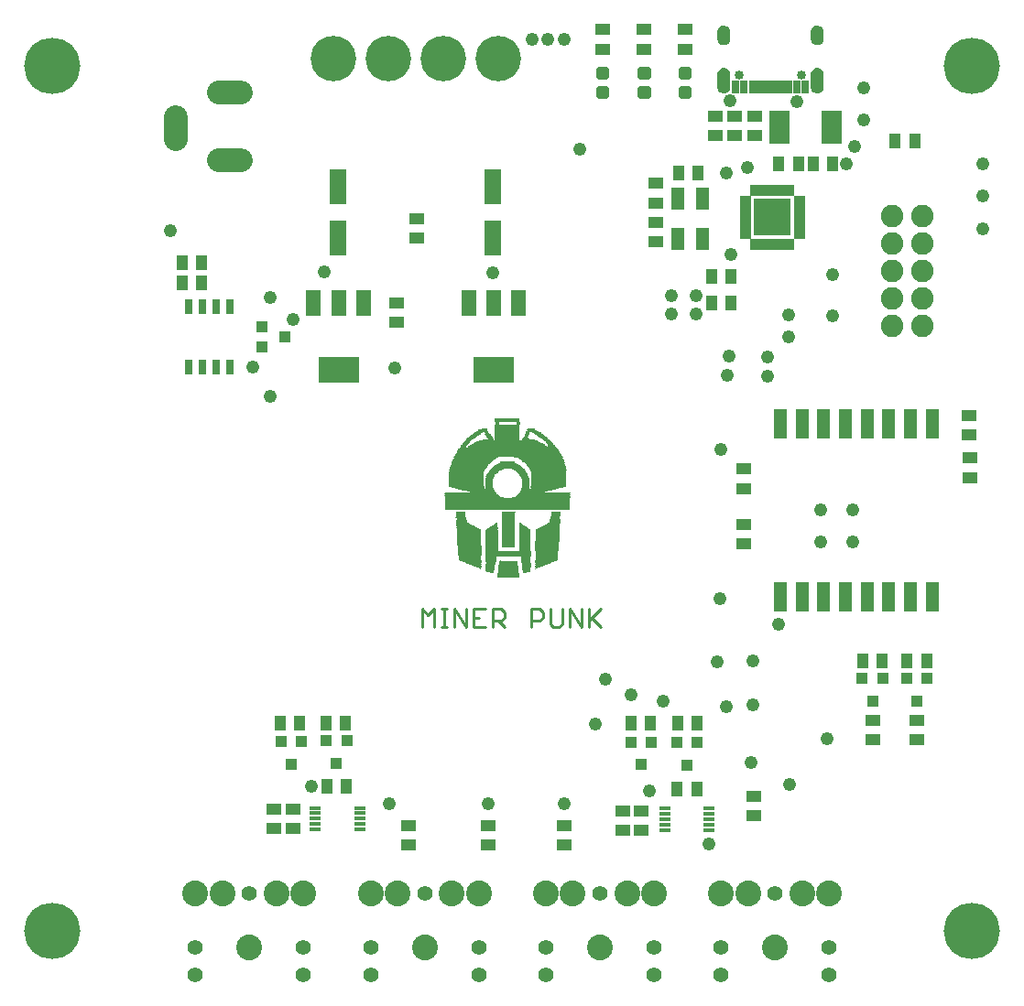
<source format=gbr>
G04 EAGLE Gerber RS-274X export*
G75*
%MOMM*%
%FSLAX34Y34*%
%LPD*%
%INSoldermask Top*%
%IPPOS*%
%AMOC8*
5,1,8,0,0,1.08239X$1,22.5*%
G01*
%ADD10C,5.203200*%
%ADD11R,2.082800X0.050800*%
%ADD12R,2.032000X0.050800*%
%ADD13R,1.981200X0.050800*%
%ADD14R,0.152400X0.050800*%
%ADD15R,1.930400X0.050800*%
%ADD16R,0.355600X0.050800*%
%ADD17R,0.304800X0.050800*%
%ADD18R,0.508000X0.050800*%
%ADD19R,0.457200X0.050800*%
%ADD20R,0.711200X0.050800*%
%ADD21R,0.762000X0.050800*%
%ADD22R,0.812800X0.050800*%
%ADD23R,1.879600X0.050800*%
%ADD24R,1.828800X0.050800*%
%ADD25R,0.050800X0.050800*%
%ADD26R,0.203200X0.050800*%
%ADD27R,0.863600X0.050800*%
%ADD28R,0.609600X0.050800*%
%ADD29R,1.778000X0.050800*%
%ADD30R,0.965200X0.050800*%
%ADD31R,1.727200X0.050800*%
%ADD32R,1.117600X0.050800*%
%ADD33R,0.914400X0.050800*%
%ADD34R,1.219200X0.050800*%
%ADD35R,1.371600X0.050800*%
%ADD36R,1.473200X0.050800*%
%ADD37R,1.625600X0.050800*%
%ADD38R,1.676400X0.050800*%
%ADD39R,1.016000X0.050800*%
%ADD40R,1.066800X0.050800*%
%ADD41R,4.165600X0.050800*%
%ADD42R,2.133600X0.050800*%
%ADD43R,2.184400X0.050800*%
%ADD44R,2.235200X0.050800*%
%ADD45R,0.660400X0.050800*%
%ADD46R,0.558800X0.050800*%
%ADD47R,1.574800X0.050800*%
%ADD48R,1.524000X0.050800*%
%ADD49R,1.422400X0.050800*%
%ADD50R,0.406400X0.050800*%
%ADD51R,1.320800X0.050800*%
%ADD52R,1.270000X0.050800*%
%ADD53R,0.254000X0.050800*%
%ADD54R,1.168400X0.050800*%
%ADD55R,11.582400X0.050800*%
%ADD56R,5.588000X0.050800*%
%ADD57R,5.486400X0.050800*%
%ADD58R,5.384800X0.050800*%
%ADD59R,5.334000X0.050800*%
%ADD60R,5.232400X0.050800*%
%ADD61R,5.181600X0.050800*%
%ADD62R,5.130800X0.050800*%
%ADD63R,5.080000X0.050800*%
%ADD64R,5.029200X0.050800*%
%ADD65R,4.978400X0.050800*%
%ADD66R,4.927600X0.050800*%
%ADD67R,4.876800X0.050800*%
%ADD68R,4.826000X0.050800*%
%ADD69R,4.775200X0.050800*%
%ADD70R,4.724400X0.050800*%
%ADD71R,4.673600X0.050800*%
%ADD72R,2.336800X0.050800*%
%ADD73R,2.286000X0.050800*%
%ADD74R,2.540000X0.050800*%
%ADD75R,2.489200X0.050800*%
%ADD76R,2.692400X0.050800*%
%ADD77R,2.641600X0.050800*%
%ADD78R,2.997200X0.050800*%
%ADD79R,2.895600X0.050800*%
%ADD80R,3.098800X0.050800*%
%ADD81R,3.048000X0.050800*%
%ADD82R,3.302000X0.050800*%
%ADD83R,3.251200X0.050800*%
%ADD84R,2.590800X0.050800*%
%ADD85R,2.844800X0.050800*%
%ADD86R,3.200400X0.050800*%
%ADD87R,3.149600X0.050800*%
%ADD88R,3.352800X0.050800*%
%ADD89R,3.403600X0.050800*%
%ADD90R,2.743200X0.050800*%
%ADD91R,3.454400X0.050800*%
%ADD92R,3.505200X0.050800*%
%ADD93R,2.438400X0.050800*%
%ADD94R,3.556000X0.050800*%
%ADD95R,3.606800X0.050800*%
%ADD96R,3.657600X0.050800*%
%ADD97R,3.708400X0.050800*%
%ADD98R,3.810000X0.050800*%
%ADD99R,3.860800X0.050800*%
%ADD100R,3.759200X0.050800*%
%ADD101R,3.911600X0.050800*%
%ADD102R,3.962400X0.050800*%
%ADD103R,4.064000X0.050800*%
%ADD104R,4.114800X0.050800*%
%ADD105R,4.419600X0.050800*%
%ADD106R,9.956800X0.050800*%
%ADD107R,9.906000X0.050800*%
%ADD108R,9.855200X0.050800*%
%ADD109R,9.753600X0.050800*%
%ADD110R,9.652000X0.050800*%
%ADD111R,9.550400X0.050800*%
%ADD112R,9.448800X0.050800*%
%ADD113R,9.347200X0.050800*%
%ADD114R,9.296400X0.050800*%
%ADD115R,9.245600X0.050800*%
%ADD116R,9.144000X0.050800*%
%ADD117R,9.093200X0.050800*%
%ADD118R,9.042400X0.050800*%
%ADD119R,7.518400X0.050800*%
%ADD120R,7.416800X0.050800*%
%ADD121R,7.264400X0.050800*%
%ADD122R,7.112000X0.050800*%
%ADD123R,6.959600X0.050800*%
%ADD124R,6.858000X0.050800*%
%ADD125R,6.705600X0.050800*%
%ADD126R,6.502400X0.050800*%
%ADD127R,6.299200X0.050800*%
%ADD128R,6.146800X0.050800*%
%ADD129R,5.892800X0.050800*%
%ADD130R,5.689600X0.050800*%
%ADD131C,0.279400*%
%ADD132R,1.403200X1.003200*%
%ADD133R,1.303200X2.803200*%
%ADD134R,1.003200X0.487800*%
%ADD135R,0.487800X1.003200*%
%ADD136R,3.353200X3.353200*%
%ADD137R,1.303200X2.103200*%
%ADD138R,1.003200X1.403200*%
%ADD139R,0.503200X1.203200*%
%ADD140R,0.803200X1.203200*%
%ADD141C,0.853200*%
%ADD142R,1.879600X3.098800*%
%ADD143C,2.082800*%
%ADD144R,1.422400X2.438400*%
%ADD145R,3.803200X2.403200*%
%ADD146R,1.603200X3.203200*%
%ADD147C,2.387600*%
%ADD148C,1.403200*%
%ADD149R,1.100000X0.400000*%
%ADD150R,1.003200X1.103200*%
%ADD151R,1.103200X1.003200*%
%ADD152R,0.803200X1.403200*%
%ADD153C,4.203200*%
%ADD154C,2.203200*%
%ADD155C,0.505344*%
%ADD156C,1.209600*%

G36*
X671634Y825368D02*
X671634Y825368D01*
X671639Y825373D01*
X671643Y825369D01*
X672740Y825656D01*
X672744Y825662D01*
X672749Y825659D01*
X673768Y826154D01*
X673771Y826160D01*
X673776Y826159D01*
X674679Y826843D01*
X674681Y826850D01*
X674686Y826850D01*
X675439Y827697D01*
X675439Y827704D01*
X675444Y827705D01*
X676017Y828682D01*
X676016Y828685D01*
X676017Y828686D01*
X676016Y828687D01*
X676016Y828689D01*
X676021Y828691D01*
X676392Y829762D01*
X676390Y829767D01*
X676393Y829769D01*
X676392Y829770D01*
X676394Y829771D01*
X676549Y830893D01*
X676546Y830898D01*
X676549Y830900D01*
X676549Y842900D01*
X676546Y842905D01*
X676549Y842908D01*
X676344Y844175D01*
X676338Y844181D01*
X676341Y844186D01*
X675859Y845375D01*
X675852Y845379D01*
X675854Y845385D01*
X675120Y846438D01*
X675112Y846440D01*
X675113Y846446D01*
X674163Y847309D01*
X674154Y847310D01*
X674154Y847315D01*
X673035Y847945D01*
X673027Y847944D01*
X673025Y847950D01*
X671795Y848315D01*
X671787Y848312D01*
X671784Y848317D01*
X670503Y848399D01*
X670497Y848399D01*
X669216Y848317D01*
X669210Y848311D01*
X669205Y848315D01*
X667975Y847950D01*
X667970Y847943D01*
X667965Y847945D01*
X666846Y847315D01*
X666843Y847308D01*
X666837Y847309D01*
X665887Y846446D01*
X665886Y846438D01*
X665880Y846438D01*
X665146Y845385D01*
X665146Y845377D01*
X665141Y845375D01*
X664659Y844186D01*
X664661Y844180D01*
X664657Y844177D01*
X664658Y844176D01*
X664656Y844175D01*
X664451Y842908D01*
X664454Y842903D01*
X664451Y842900D01*
X664451Y830900D01*
X664454Y830896D01*
X664451Y830893D01*
X664606Y829771D01*
X664611Y829766D01*
X664608Y829762D01*
X664979Y828691D01*
X664985Y828687D01*
X664983Y828682D01*
X665556Y827705D01*
X665562Y827702D01*
X665561Y827697D01*
X666314Y826850D01*
X666321Y826848D01*
X666321Y826843D01*
X667224Y826159D01*
X667231Y826159D01*
X667232Y826154D01*
X668251Y825659D01*
X668258Y825661D01*
X668260Y825656D01*
X669357Y825369D01*
X669363Y825372D01*
X669366Y825368D01*
X670497Y825301D01*
X670501Y825303D01*
X670503Y825301D01*
X671634Y825368D01*
G37*
G36*
X758034Y825368D02*
X758034Y825368D01*
X758039Y825373D01*
X758043Y825369D01*
X759140Y825656D01*
X759144Y825662D01*
X759149Y825659D01*
X760168Y826154D01*
X760171Y826160D01*
X760176Y826159D01*
X761079Y826843D01*
X761081Y826850D01*
X761086Y826850D01*
X761839Y827697D01*
X761839Y827704D01*
X761844Y827705D01*
X762417Y828682D01*
X762416Y828685D01*
X762417Y828686D01*
X762416Y828687D01*
X762416Y828689D01*
X762421Y828691D01*
X762792Y829762D01*
X762790Y829767D01*
X762793Y829769D01*
X762792Y829770D01*
X762794Y829771D01*
X762949Y830893D01*
X762946Y830898D01*
X762949Y830900D01*
X762949Y842900D01*
X762946Y842905D01*
X762949Y842908D01*
X762744Y844175D01*
X762738Y844181D01*
X762741Y844186D01*
X762259Y845375D01*
X762252Y845379D01*
X762254Y845385D01*
X761520Y846438D01*
X761512Y846440D01*
X761513Y846446D01*
X760563Y847309D01*
X760554Y847310D01*
X760554Y847315D01*
X759435Y847945D01*
X759427Y847944D01*
X759425Y847950D01*
X758195Y848315D01*
X758187Y848312D01*
X758184Y848317D01*
X756903Y848399D01*
X756897Y848399D01*
X755616Y848317D01*
X755610Y848311D01*
X755605Y848315D01*
X754375Y847950D01*
X754370Y847943D01*
X754365Y847945D01*
X753246Y847315D01*
X753243Y847308D01*
X753237Y847309D01*
X752287Y846446D01*
X752286Y846438D01*
X752280Y846438D01*
X751546Y845385D01*
X751546Y845377D01*
X751541Y845375D01*
X751059Y844186D01*
X751061Y844180D01*
X751057Y844177D01*
X751058Y844176D01*
X751056Y844175D01*
X750851Y842908D01*
X750854Y842903D01*
X750851Y842900D01*
X750851Y830900D01*
X750854Y830896D01*
X750851Y830893D01*
X751006Y829771D01*
X751011Y829766D01*
X751008Y829762D01*
X751379Y828691D01*
X751385Y828687D01*
X751383Y828682D01*
X751956Y827705D01*
X751962Y827702D01*
X751961Y827697D01*
X752714Y826850D01*
X752721Y826848D01*
X752721Y826843D01*
X753624Y826159D01*
X753631Y826159D01*
X753632Y826154D01*
X754651Y825659D01*
X754658Y825661D01*
X754660Y825656D01*
X755757Y825369D01*
X755763Y825372D01*
X755766Y825368D01*
X756897Y825301D01*
X756901Y825303D01*
X756903Y825301D01*
X758034Y825368D01*
G37*
G36*
X756902Y869605D02*
X756902Y869605D01*
X756906Y869601D01*
X758246Y869758D01*
X758252Y869763D01*
X758257Y869760D01*
X759528Y870211D01*
X759533Y870218D01*
X759538Y870216D01*
X760677Y870938D01*
X760680Y870946D01*
X760686Y870945D01*
X761636Y871903D01*
X761637Y871911D01*
X761643Y871912D01*
X762356Y873057D01*
X762355Y873066D01*
X762361Y873067D01*
X762801Y874343D01*
X762799Y874350D01*
X762803Y874353D01*
X762949Y875695D01*
X762947Y875698D01*
X762949Y875700D01*
X762949Y881700D01*
X762947Y881704D01*
X762949Y881706D01*
X762794Y883035D01*
X762788Y883041D01*
X762791Y883045D01*
X762344Y884306D01*
X762337Y884311D01*
X762339Y884316D01*
X761622Y885446D01*
X761615Y885449D01*
X761616Y885455D01*
X760666Y886397D01*
X760657Y886398D01*
X760657Y886404D01*
X759521Y887111D01*
X759513Y887110D01*
X759511Y887116D01*
X758246Y887552D01*
X758238Y887550D01*
X758236Y887555D01*
X756905Y887699D01*
X756899Y887695D01*
X756895Y887699D01*
X755729Y887589D01*
X755724Y887584D01*
X755720Y887587D01*
X754597Y887252D01*
X754593Y887246D01*
X754589Y887248D01*
X753553Y886700D01*
X753550Y886694D01*
X753545Y886695D01*
X752637Y885956D01*
X752635Y885949D01*
X752630Y885949D01*
X751883Y885047D01*
X751883Y885040D01*
X751878Y885039D01*
X751321Y884008D01*
X751322Y884001D01*
X751317Y883999D01*
X750973Y882880D01*
X750975Y882873D01*
X750971Y882870D01*
X750851Y881705D01*
X750853Y881702D01*
X750851Y881700D01*
X750851Y875700D01*
X750853Y875697D01*
X750851Y875695D01*
X750962Y874519D01*
X750967Y874514D01*
X750964Y874510D01*
X751302Y873378D01*
X751308Y873374D01*
X751306Y873369D01*
X751858Y872325D01*
X751865Y872322D01*
X751863Y872317D01*
X752609Y871401D01*
X752616Y871400D01*
X752616Y871394D01*
X753526Y870641D01*
X753533Y870641D01*
X753534Y870636D01*
X754573Y870075D01*
X754580Y870076D01*
X754582Y870071D01*
X755711Y869724D01*
X755717Y869726D01*
X755720Y869722D01*
X756895Y869601D01*
X756902Y869605D01*
G37*
G36*
X670502Y869605D02*
X670502Y869605D01*
X670506Y869601D01*
X671846Y869758D01*
X671852Y869763D01*
X671857Y869760D01*
X673128Y870211D01*
X673133Y870218D01*
X673138Y870216D01*
X674277Y870938D01*
X674280Y870946D01*
X674286Y870945D01*
X675236Y871903D01*
X675237Y871911D01*
X675243Y871912D01*
X675956Y873057D01*
X675955Y873066D01*
X675961Y873067D01*
X676401Y874343D01*
X676399Y874350D01*
X676403Y874353D01*
X676549Y875695D01*
X676547Y875698D01*
X676549Y875700D01*
X676549Y881700D01*
X676547Y881704D01*
X676549Y881706D01*
X676394Y883035D01*
X676388Y883041D01*
X676391Y883045D01*
X675944Y884306D01*
X675937Y884311D01*
X675939Y884316D01*
X675222Y885446D01*
X675215Y885449D01*
X675216Y885455D01*
X674266Y886397D01*
X674257Y886398D01*
X674257Y886404D01*
X673121Y887111D01*
X673113Y887110D01*
X673111Y887116D01*
X671846Y887552D01*
X671838Y887550D01*
X671836Y887555D01*
X670505Y887699D01*
X670499Y887695D01*
X670495Y887699D01*
X669329Y887589D01*
X669324Y887584D01*
X669320Y887587D01*
X668197Y887252D01*
X668193Y887246D01*
X668189Y887248D01*
X667153Y886700D01*
X667150Y886694D01*
X667145Y886695D01*
X666237Y885956D01*
X666235Y885949D01*
X666230Y885949D01*
X665483Y885047D01*
X665483Y885040D01*
X665478Y885039D01*
X664921Y884008D01*
X664922Y884001D01*
X664917Y883999D01*
X664573Y882880D01*
X664575Y882873D01*
X664571Y882870D01*
X664451Y881705D01*
X664453Y881702D01*
X664451Y881700D01*
X664451Y875700D01*
X664453Y875697D01*
X664451Y875695D01*
X664562Y874519D01*
X664567Y874514D01*
X664564Y874510D01*
X664902Y873378D01*
X664908Y873374D01*
X664906Y873369D01*
X665458Y872325D01*
X665465Y872322D01*
X665463Y872317D01*
X666209Y871401D01*
X666216Y871400D01*
X666216Y871394D01*
X667126Y870641D01*
X667133Y870641D01*
X667134Y870636D01*
X668173Y870075D01*
X668180Y870076D01*
X668182Y870071D01*
X669311Y869724D01*
X669317Y869726D01*
X669320Y869722D01*
X670495Y869601D01*
X670502Y869605D01*
G37*
D10*
X50000Y50000D03*
X900000Y50000D03*
X900000Y850000D03*
X50000Y850000D03*
D11*
X471372Y376944D03*
D12*
X471626Y377452D03*
X471626Y377960D03*
X471626Y378468D03*
X471626Y378976D03*
X471626Y379484D03*
X471626Y379992D03*
D13*
X471372Y380500D03*
D14*
X457148Y381008D03*
D15*
X471626Y381008D03*
D14*
X485596Y381008D03*
D16*
X456132Y381516D03*
D15*
X471626Y381516D03*
D17*
X486358Y381516D03*
D18*
X455370Y382024D03*
D15*
X471626Y382024D03*
D19*
X487120Y382024D03*
D20*
X454354Y382532D03*
D15*
X471626Y382532D03*
D20*
X488390Y382532D03*
D21*
X454100Y383040D03*
D15*
X471626Y383040D03*
D20*
X488390Y383040D03*
D21*
X454100Y383548D03*
D15*
X471626Y383548D03*
D21*
X488136Y383548D03*
D22*
X454354Y384056D03*
D23*
X471372Y384056D03*
D21*
X488136Y384056D03*
D22*
X454354Y384564D03*
D24*
X471626Y384564D03*
D21*
X488136Y384564D03*
D25*
X445972Y385072D03*
D22*
X454354Y385072D03*
D24*
X471626Y385072D03*
D21*
X488136Y385072D03*
D25*
X496772Y385072D03*
D26*
X445210Y385580D03*
D22*
X454354Y385580D03*
D24*
X471626Y385580D03*
D21*
X488136Y385580D03*
D26*
X497534Y385580D03*
D16*
X444448Y386088D03*
D22*
X454354Y386088D03*
D24*
X471626Y386088D03*
D21*
X488136Y386088D03*
D17*
X498042Y386088D03*
D19*
X443940Y386596D03*
D27*
X454608Y386596D03*
D24*
X471626Y386596D03*
D22*
X487882Y386596D03*
D19*
X498804Y386596D03*
D28*
X443178Y387104D03*
D27*
X454608Y387104D03*
D24*
X471626Y387104D03*
D22*
X487882Y387104D03*
D28*
X499566Y387104D03*
D20*
X442670Y387612D03*
D27*
X454608Y387612D03*
D29*
X471372Y387612D03*
D22*
X487882Y387612D03*
D20*
X500074Y387612D03*
D27*
X441908Y388120D03*
X454608Y388120D03*
D29*
X471372Y388120D03*
D22*
X487882Y388120D03*
D27*
X500836Y388120D03*
D30*
X441400Y388628D03*
D27*
X454608Y388628D03*
D31*
X471626Y388628D03*
D22*
X487882Y388628D03*
D30*
X501344Y388628D03*
D32*
X440638Y389136D03*
D33*
X454862Y389136D03*
D31*
X471626Y389136D03*
D22*
X487882Y389136D03*
D32*
X502106Y389136D03*
D34*
X440130Y389644D03*
D33*
X454862Y389644D03*
D31*
X471626Y389644D03*
D22*
X487882Y389644D03*
D34*
X502614Y389644D03*
D35*
X439368Y390152D03*
D33*
X454862Y390152D03*
D31*
X471626Y390152D03*
D22*
X487882Y390152D03*
D35*
X503376Y390152D03*
D36*
X438860Y390660D03*
D33*
X454862Y390660D03*
D31*
X471626Y390660D03*
D27*
X487628Y390660D03*
D36*
X503884Y390660D03*
D37*
X438098Y391168D03*
D33*
X454862Y391168D03*
D38*
X471372Y391168D03*
D27*
X487628Y391168D03*
D37*
X504646Y391168D03*
D31*
X437590Y391676D03*
D30*
X455116Y391676D03*
D38*
X471372Y391676D03*
D27*
X487628Y391676D03*
D31*
X505154Y391676D03*
D23*
X436828Y392184D03*
D30*
X455116Y392184D03*
D25*
X464260Y392184D03*
D27*
X487628Y392184D03*
D23*
X505916Y392184D03*
D13*
X436320Y392692D03*
D30*
X455116Y392692D03*
D27*
X487628Y392692D03*
D13*
X506424Y392692D03*
D11*
X435812Y393200D03*
D30*
X455116Y393200D03*
D27*
X487628Y393200D03*
D11*
X506932Y393200D03*
X435812Y393708D03*
D30*
X455116Y393708D03*
D27*
X487628Y393708D03*
D11*
X506932Y393708D03*
X435812Y394216D03*
D30*
X455116Y394216D03*
D27*
X487628Y394216D03*
D11*
X506932Y394216D03*
X435812Y394724D03*
D39*
X455370Y394724D03*
D33*
X487374Y394724D03*
D11*
X506932Y394724D03*
X435812Y395232D03*
D39*
X455370Y395232D03*
D33*
X487374Y395232D03*
D11*
X506932Y395232D03*
X435812Y395740D03*
D39*
X455370Y395740D03*
D33*
X487374Y395740D03*
D11*
X506932Y395740D03*
X435812Y396248D03*
D40*
X455624Y396248D03*
D33*
X487374Y396248D03*
D11*
X506932Y396248D03*
X435812Y396756D03*
D41*
X471118Y396756D03*
D11*
X506932Y396756D03*
X435812Y397264D03*
D41*
X471118Y397264D03*
D11*
X506932Y397264D03*
D42*
X435558Y397772D03*
D41*
X471118Y397772D03*
D11*
X506932Y397772D03*
D42*
X435558Y398280D03*
D41*
X471118Y398280D03*
D11*
X506932Y398280D03*
D42*
X435558Y398788D03*
D41*
X471118Y398788D03*
D11*
X506932Y398788D03*
D42*
X435558Y399296D03*
D41*
X471118Y399296D03*
D11*
X506932Y399296D03*
D42*
X435558Y399804D03*
D41*
X471118Y399804D03*
D11*
X506932Y399804D03*
D42*
X435558Y400312D03*
D41*
X471118Y400312D03*
D11*
X506932Y400312D03*
D42*
X435558Y400820D03*
D41*
X471118Y400820D03*
D11*
X506932Y400820D03*
D42*
X435558Y401328D03*
D32*
X455878Y401328D03*
D39*
X486866Y401328D03*
D11*
X506932Y401328D03*
D42*
X435558Y401836D03*
D32*
X455878Y401836D03*
D39*
X486866Y401836D03*
D42*
X507186Y401836D03*
X435558Y402344D03*
D32*
X455878Y402344D03*
D39*
X486866Y402344D03*
D42*
X507186Y402344D03*
X435558Y402852D03*
D32*
X455878Y402852D03*
D39*
X486866Y402852D03*
D42*
X507186Y402852D03*
X435558Y403360D03*
D32*
X455878Y403360D03*
D39*
X486866Y403360D03*
D42*
X507186Y403360D03*
X435558Y403868D03*
D32*
X455878Y403868D03*
D39*
X486866Y403868D03*
D42*
X507186Y403868D03*
X435558Y404376D03*
D32*
X455878Y404376D03*
D39*
X486866Y404376D03*
D42*
X507186Y404376D03*
X435558Y404884D03*
D32*
X455878Y404884D03*
D39*
X486866Y404884D03*
D42*
X507186Y404884D03*
X435558Y405392D03*
D32*
X455878Y405392D03*
D34*
X471626Y405392D03*
D39*
X486866Y405392D03*
D42*
X507186Y405392D03*
X435558Y405900D03*
D32*
X455878Y405900D03*
D34*
X471626Y405900D03*
D39*
X486866Y405900D03*
D42*
X507186Y405900D03*
D43*
X435304Y406408D03*
D32*
X455878Y406408D03*
D34*
X471626Y406408D03*
D39*
X486866Y406408D03*
D42*
X507186Y406408D03*
D43*
X435304Y406916D03*
D32*
X455878Y406916D03*
D34*
X471626Y406916D03*
D39*
X486866Y406916D03*
D42*
X507186Y406916D03*
D43*
X435304Y407424D03*
D32*
X455878Y407424D03*
D34*
X471626Y407424D03*
D39*
X486866Y407424D03*
D42*
X507186Y407424D03*
D43*
X435304Y407932D03*
D32*
X455878Y407932D03*
D34*
X471626Y407932D03*
D39*
X486866Y407932D03*
D42*
X507186Y407932D03*
D43*
X435304Y408440D03*
D32*
X455878Y408440D03*
D34*
X471626Y408440D03*
D39*
X486866Y408440D03*
D42*
X507186Y408440D03*
D43*
X435304Y408948D03*
D32*
X455878Y408948D03*
D34*
X471626Y408948D03*
D39*
X486866Y408948D03*
D42*
X507186Y408948D03*
D43*
X435304Y409456D03*
D32*
X455878Y409456D03*
D34*
X471626Y409456D03*
D39*
X486866Y409456D03*
D42*
X507186Y409456D03*
D43*
X435304Y409964D03*
D32*
X455878Y409964D03*
D34*
X471626Y409964D03*
D39*
X486866Y409964D03*
D42*
X507186Y409964D03*
D43*
X435304Y410472D03*
D32*
X455878Y410472D03*
D34*
X471626Y410472D03*
D39*
X486866Y410472D03*
D43*
X507440Y410472D03*
X435304Y410980D03*
D32*
X455878Y410980D03*
D34*
X471626Y410980D03*
D39*
X486866Y410980D03*
D43*
X507440Y410980D03*
X435304Y411488D03*
D32*
X455878Y411488D03*
D34*
X471626Y411488D03*
D39*
X486866Y411488D03*
D43*
X507440Y411488D03*
X435304Y411996D03*
D32*
X455878Y411996D03*
D34*
X471626Y411996D03*
D39*
X486866Y411996D03*
D43*
X507440Y411996D03*
X435304Y412504D03*
D32*
X455878Y412504D03*
D34*
X471626Y412504D03*
D39*
X486866Y412504D03*
D43*
X507440Y412504D03*
X435304Y413012D03*
D32*
X455878Y413012D03*
D34*
X471626Y413012D03*
D39*
X486866Y413012D03*
D43*
X507440Y413012D03*
X435304Y413520D03*
D32*
X455878Y413520D03*
D34*
X471626Y413520D03*
D39*
X486866Y413520D03*
D43*
X507440Y413520D03*
X435304Y414028D03*
D32*
X455878Y414028D03*
D34*
X471626Y414028D03*
D39*
X486866Y414028D03*
D43*
X507440Y414028D03*
X435304Y414536D03*
D32*
X455878Y414536D03*
D34*
X471626Y414536D03*
D39*
X486866Y414536D03*
D43*
X507440Y414536D03*
D44*
X435050Y415044D03*
D32*
X455878Y415044D03*
D34*
X471626Y415044D03*
D39*
X486866Y415044D03*
D43*
X507440Y415044D03*
D44*
X435050Y415552D03*
D32*
X455878Y415552D03*
D34*
X471626Y415552D03*
D39*
X486866Y415552D03*
D43*
X507440Y415552D03*
D44*
X435050Y416060D03*
D32*
X455878Y416060D03*
D34*
X471626Y416060D03*
D39*
X486866Y416060D03*
D43*
X507440Y416060D03*
D44*
X435050Y416568D03*
D32*
X455878Y416568D03*
D34*
X471626Y416568D03*
D39*
X486866Y416568D03*
D43*
X507440Y416568D03*
D44*
X435050Y417076D03*
D32*
X455878Y417076D03*
D34*
X471626Y417076D03*
D39*
X486866Y417076D03*
D43*
X507440Y417076D03*
D44*
X435050Y417584D03*
D32*
X455878Y417584D03*
D34*
X471626Y417584D03*
D39*
X486866Y417584D03*
D43*
X507440Y417584D03*
D44*
X435050Y418092D03*
D32*
X455878Y418092D03*
D34*
X471626Y418092D03*
D39*
X486866Y418092D03*
D43*
X507440Y418092D03*
D44*
X435050Y418600D03*
D32*
X455878Y418600D03*
D34*
X471626Y418600D03*
D39*
X486866Y418600D03*
D43*
X507440Y418600D03*
D44*
X435050Y419108D03*
D32*
X455878Y419108D03*
D34*
X471626Y419108D03*
D39*
X486866Y419108D03*
D44*
X507694Y419108D03*
X435050Y419616D03*
D32*
X455878Y419616D03*
D34*
X471626Y419616D03*
D39*
X486866Y419616D03*
D44*
X507694Y419616D03*
X435050Y420124D03*
D32*
X455878Y420124D03*
D34*
X471626Y420124D03*
D39*
X486866Y420124D03*
D44*
X507694Y420124D03*
X435050Y420632D03*
D32*
X455878Y420632D03*
D34*
X471626Y420632D03*
D39*
X486866Y420632D03*
D44*
X507694Y420632D03*
D42*
X434542Y421140D03*
D39*
X456386Y421140D03*
D34*
X471626Y421140D03*
D30*
X486612Y421140D03*
D43*
X507948Y421140D03*
D11*
X434288Y421648D03*
D30*
X456640Y421648D03*
D34*
X471626Y421648D03*
D27*
X486104Y421648D03*
D11*
X508456Y421648D03*
D13*
X433780Y422156D03*
D27*
X457148Y422156D03*
D34*
X471626Y422156D03*
D22*
X485850Y422156D03*
D13*
X508964Y422156D03*
D23*
X433272Y422664D03*
D22*
X457402Y422664D03*
D34*
X471626Y422664D03*
D21*
X485596Y422664D03*
D23*
X509472Y422664D03*
D29*
X432764Y423172D03*
D20*
X457910Y423172D03*
D34*
X471626Y423172D03*
D45*
X485088Y423172D03*
D29*
X509980Y423172D03*
D31*
X432002Y423680D03*
D45*
X458164Y423680D03*
D34*
X471626Y423680D03*
D28*
X484834Y423680D03*
D38*
X510488Y423680D03*
D37*
X431494Y424188D03*
D46*
X458672Y424188D03*
D34*
X471626Y424188D03*
D18*
X484326Y424188D03*
D47*
X510996Y424188D03*
D48*
X430986Y424696D03*
D18*
X458926Y424696D03*
D34*
X471626Y424696D03*
D19*
X484072Y424696D03*
D48*
X511250Y424696D03*
D49*
X430478Y425204D03*
D50*
X459434Y425204D03*
D34*
X471626Y425204D03*
D16*
X483564Y425204D03*
D49*
X511758Y425204D03*
D35*
X430224Y425712D03*
D16*
X459688Y425712D03*
D34*
X471626Y425712D03*
D17*
X483310Y425712D03*
D51*
X512266Y425712D03*
D52*
X429716Y426220D03*
D53*
X460196Y426220D03*
D34*
X471626Y426220D03*
D53*
X483056Y426220D03*
D34*
X512774Y426220D03*
D54*
X429208Y426728D03*
D14*
X460704Y426728D03*
D34*
X471626Y426728D03*
D14*
X482548Y426728D03*
D32*
X513282Y426728D03*
D40*
X428700Y427236D03*
D25*
X460704Y427236D03*
D34*
X471626Y427236D03*
D25*
X482548Y427236D03*
D40*
X514044Y427236D03*
D39*
X428446Y427744D03*
D34*
X471626Y427744D03*
D39*
X514298Y427744D03*
D30*
X428192Y428252D03*
D34*
X471626Y428252D03*
D39*
X514298Y428252D03*
D30*
X428192Y428760D03*
D34*
X471626Y428760D03*
D30*
X514552Y428760D03*
X428192Y429268D03*
D34*
X471626Y429268D03*
D30*
X514552Y429268D03*
X428192Y429776D03*
D34*
X471626Y429776D03*
D30*
X514552Y429776D03*
D33*
X427938Y430284D03*
D34*
X471626Y430284D03*
D30*
X514552Y430284D03*
D33*
X427938Y430792D03*
D34*
X471626Y430792D03*
D30*
X514552Y430792D03*
D33*
X427938Y431300D03*
D34*
X471626Y431300D03*
D33*
X514806Y431300D03*
X427938Y431808D03*
D34*
X471626Y431808D03*
D33*
X514806Y431808D03*
D30*
X427684Y432316D03*
D34*
X471626Y432316D03*
D33*
X514806Y432316D03*
X427430Y432824D03*
D34*
X471626Y432824D03*
D33*
X514806Y432824D03*
X427430Y433332D03*
D34*
X471626Y433332D03*
D33*
X514806Y433332D03*
X427430Y433840D03*
D34*
X471626Y433840D03*
D27*
X515060Y433840D03*
D33*
X427430Y434348D03*
D34*
X471626Y434348D03*
D27*
X515060Y434348D03*
D33*
X427430Y434856D03*
D34*
X471626Y434856D03*
D27*
X515060Y434856D03*
X427176Y435364D03*
D34*
X471626Y435364D03*
D27*
X515060Y435364D03*
X427176Y435872D03*
D34*
X471626Y435872D03*
D22*
X515314Y435872D03*
D27*
X427176Y436380D03*
D34*
X471626Y436380D03*
D27*
X515568Y436380D03*
D22*
X426922Y436888D03*
D34*
X471626Y436888D03*
D27*
X515568Y436888D03*
D22*
X426922Y437396D03*
D52*
X471880Y437396D03*
D27*
X515568Y437396D03*
D55*
X470610Y439428D03*
X470610Y439936D03*
X470610Y440444D03*
X470610Y440952D03*
X470610Y441460D03*
X470610Y441968D03*
X470610Y442476D03*
X470610Y442984D03*
X470610Y443492D03*
X470610Y444000D03*
X470610Y444508D03*
X470610Y445016D03*
X470610Y445524D03*
X470610Y446032D03*
X470610Y446540D03*
X470610Y447048D03*
X470610Y447556D03*
X470610Y448064D03*
X470610Y448572D03*
X470610Y449080D03*
X470610Y449588D03*
D56*
X440638Y450096D03*
D57*
X501090Y450096D03*
D58*
X439622Y450604D03*
D59*
X501852Y450604D03*
D60*
X438860Y451112D03*
D61*
X502614Y451112D03*
D62*
X438352Y451620D03*
D63*
X503122Y451620D03*
D64*
X437844Y452128D03*
D65*
X503630Y452128D03*
X437590Y452636D03*
D66*
X503884Y452636D03*
X437336Y453144D03*
D67*
X504138Y453144D03*
X437082Y453652D03*
D68*
X504392Y453652D03*
X436828Y454160D03*
D69*
X504646Y454160D03*
X436574Y454668D03*
D70*
X504900Y454668D03*
X436320Y455176D03*
D71*
X505154Y455176D03*
D42*
X448766Y455684D03*
X492962Y455684D03*
D72*
X447242Y456192D03*
D73*
X494232Y456192D03*
D74*
X446226Y456700D03*
D75*
X495248Y456700D03*
D76*
X444956Y457208D03*
D77*
X496518Y457208D03*
D78*
X443432Y457716D03*
D79*
X497788Y457716D03*
D80*
X442416Y458224D03*
D81*
X498550Y458224D03*
D82*
X441400Y458732D03*
D83*
X499566Y458732D03*
D77*
X436066Y459240D03*
D21*
X454100Y459240D03*
X487120Y459240D03*
D84*
X504900Y459240D03*
D85*
X435050Y459748D03*
D20*
X453846Y459748D03*
X487374Y459748D03*
D78*
X506932Y459748D03*
D81*
X434034Y460256D03*
D20*
X453846Y460256D03*
X487374Y460256D03*
D78*
X506932Y460256D03*
D86*
X433272Y460764D03*
D20*
X453846Y460764D03*
X487374Y460764D03*
D86*
X507948Y460764D03*
D87*
X432510Y461272D03*
D45*
X453592Y461272D03*
X487628Y461272D03*
D86*
X508964Y461272D03*
D87*
X432510Y461780D03*
D45*
X453592Y461780D03*
X487628Y461780D03*
D86*
X508964Y461780D03*
D87*
X432510Y462288D03*
D45*
X453592Y462288D03*
X487628Y462288D03*
D86*
X508964Y462288D03*
D87*
X432510Y462796D03*
D45*
X453592Y462796D03*
X487628Y462796D03*
D86*
X508964Y462796D03*
D87*
X432510Y463304D03*
D45*
X453592Y463304D03*
X487628Y463304D03*
D86*
X508964Y463304D03*
D87*
X432510Y463812D03*
D45*
X453592Y463812D03*
X487628Y463812D03*
D86*
X508964Y463812D03*
D87*
X432510Y464320D03*
D45*
X453592Y464320D03*
X487628Y464320D03*
D86*
X508964Y464320D03*
D87*
X432510Y464828D03*
D45*
X453592Y464828D03*
X487628Y464828D03*
D86*
X508964Y464828D03*
D87*
X432510Y465336D03*
D45*
X453592Y465336D03*
X487628Y465336D03*
D86*
X508964Y465336D03*
D87*
X432510Y465844D03*
D45*
X453592Y465844D03*
X487628Y465844D03*
D86*
X508964Y465844D03*
D87*
X432510Y466352D03*
D45*
X453592Y466352D03*
X487628Y466352D03*
D86*
X508964Y466352D03*
D87*
X432510Y466860D03*
D20*
X453846Y466860D03*
X487374Y466860D03*
D86*
X508964Y466860D03*
D87*
X432510Y467368D03*
D20*
X453846Y467368D03*
X487374Y467368D03*
D86*
X508964Y467368D03*
D87*
X432510Y467876D03*
D20*
X453846Y467876D03*
X487374Y467876D03*
D86*
X508964Y467876D03*
D87*
X432510Y468384D03*
D21*
X454100Y468384D03*
X487120Y468384D03*
D86*
X508964Y468384D03*
D87*
X432510Y468892D03*
D20*
X454354Y468892D03*
X486866Y468892D03*
D86*
X508964Y468892D03*
D87*
X432510Y469400D03*
D20*
X454354Y469400D03*
X486866Y469400D03*
D86*
X508964Y469400D03*
D87*
X432510Y469908D03*
D21*
X454608Y469908D03*
X486612Y469908D03*
D86*
X508964Y469908D03*
D87*
X432510Y470416D03*
D20*
X454862Y470416D03*
X486358Y470416D03*
D86*
X508964Y470416D03*
D87*
X432510Y470924D03*
D21*
X455116Y470924D03*
X486104Y470924D03*
D86*
X508964Y470924D03*
D87*
X432510Y471432D03*
D20*
X455370Y471432D03*
X485850Y471432D03*
D86*
X508964Y471432D03*
D87*
X432510Y471940D03*
D21*
X455624Y471940D03*
X485596Y471940D03*
D86*
X508964Y471940D03*
D87*
X432510Y472448D03*
D21*
X456132Y472448D03*
X485088Y472448D03*
D86*
X508964Y472448D03*
D87*
X432510Y472956D03*
D22*
X456386Y472956D03*
X484834Y472956D03*
D86*
X508964Y472956D03*
X432764Y473464D03*
D22*
X456894Y473464D03*
X484326Y473464D03*
D83*
X508710Y473464D03*
D86*
X432764Y473972D03*
D22*
X457402Y473972D03*
X483818Y473972D03*
D83*
X508710Y473972D03*
D86*
X432764Y474480D03*
D27*
X457656Y474480D03*
X483564Y474480D03*
D83*
X508710Y474480D03*
X433018Y474988D03*
D27*
X458164Y474988D03*
X483056Y474988D03*
D82*
X508456Y474988D03*
D83*
X433018Y475496D03*
D33*
X458926Y475496D03*
X482294Y475496D03*
D82*
X508456Y475496D03*
X433272Y476004D03*
D39*
X459434Y476004D03*
X481786Y476004D03*
D88*
X508202Y476004D03*
D82*
X433272Y476512D03*
D39*
X459942Y476512D03*
X481278Y476512D03*
D88*
X508202Y476512D03*
D82*
X433780Y477020D03*
D32*
X460958Y477020D03*
X480262Y477020D03*
D89*
X507948Y477020D03*
D82*
X433780Y477528D03*
D34*
X461974Y477528D03*
X479246Y477528D03*
D88*
X507694Y477528D03*
X434034Y478036D03*
D85*
X470610Y478036D03*
D89*
X507440Y478036D03*
D82*
X434288Y478544D03*
D90*
X470610Y478544D03*
D89*
X507440Y478544D03*
D88*
X434542Y479052D03*
D77*
X470610Y479052D03*
D91*
X507186Y479052D03*
D89*
X434796Y479560D03*
D74*
X470610Y479560D03*
D92*
X506932Y479560D03*
D88*
X435050Y480068D03*
D93*
X470610Y480068D03*
D91*
X506678Y480068D03*
X435558Y480576D03*
D72*
X470610Y480576D03*
D94*
X506170Y480576D03*
D91*
X435558Y481084D03*
D12*
X470610Y481084D03*
D94*
X506170Y481084D03*
D91*
X436066Y481592D03*
D12*
X470610Y481592D03*
D95*
X505916Y481592D03*
D92*
X436320Y482100D03*
D31*
X470610Y482100D03*
D95*
X505408Y482100D03*
D94*
X436574Y482608D03*
D51*
X470610Y482608D03*
D96*
X505154Y482608D03*
D94*
X437082Y483116D03*
D51*
X470610Y483116D03*
D97*
X504900Y483116D03*
D95*
X437336Y483624D03*
D51*
X470610Y483624D03*
D97*
X504392Y483624D03*
X437844Y484132D03*
D98*
X503884Y484132D03*
D97*
X438352Y484640D03*
D99*
X503630Y484640D03*
D100*
X438606Y485148D03*
D99*
X503122Y485148D03*
D100*
X439114Y485656D03*
D101*
X502868Y485656D03*
D99*
X439622Y486164D03*
D102*
X502106Y486164D03*
D101*
X439876Y486672D03*
D103*
X501598Y486672D03*
D102*
X440638Y487180D03*
D103*
X501090Y487180D03*
X441146Y487688D03*
D41*
X500582Y487688D03*
D104*
X441908Y488196D03*
D105*
X498804Y488196D03*
D106*
X471118Y488704D03*
D107*
X471372Y489212D03*
D108*
X471118Y489720D03*
D109*
X471118Y490228D03*
X471118Y490736D03*
D110*
X471118Y491244D03*
X471118Y491752D03*
D111*
X471118Y492260D03*
D112*
X471118Y492768D03*
X471118Y493276D03*
D113*
X471118Y493784D03*
D114*
X470864Y494292D03*
D115*
X471118Y494800D03*
D116*
X471118Y495308D03*
D117*
X470864Y495816D03*
D118*
X471118Y496324D03*
D46*
X429208Y496832D03*
D119*
X470610Y496832D03*
D20*
X512266Y496832D03*
D18*
X429462Y497340D03*
D120*
X471118Y497340D03*
D45*
X512012Y497340D03*
D46*
X429716Y497848D03*
D121*
X470864Y497848D03*
D45*
X511504Y497848D03*
D46*
X430224Y498356D03*
D122*
X470610Y498356D03*
D28*
X511250Y498356D03*
D46*
X430224Y498864D03*
D123*
X470864Y498864D03*
D46*
X510996Y498864D03*
X430732Y499372D03*
D124*
X470864Y499372D03*
D28*
X510742Y499372D03*
D46*
X431240Y499880D03*
D125*
X471118Y499880D03*
D46*
X510488Y499880D03*
X431748Y500388D03*
D126*
X471118Y500388D03*
D46*
X509980Y500388D03*
D18*
X432002Y500896D03*
D127*
X471118Y500896D03*
D46*
X509472Y500896D03*
D18*
X432510Y501404D03*
D128*
X470864Y501404D03*
D18*
X509218Y501404D03*
X433018Y501912D03*
D129*
X470610Y501912D03*
D18*
X508710Y501912D03*
X433526Y502420D03*
D130*
X470610Y502420D03*
D18*
X508202Y502420D03*
X434034Y502928D03*
D58*
X471118Y502928D03*
D18*
X507694Y502928D03*
D46*
X434288Y503436D03*
D62*
X471372Y503436D03*
D18*
X507186Y503436D03*
D46*
X434796Y503944D03*
D40*
X452576Y503944D03*
D73*
X470864Y503944D03*
D54*
X489660Y503944D03*
D18*
X506678Y503944D03*
D46*
X435304Y504452D03*
D22*
X453846Y504452D03*
D73*
X470864Y504452D03*
D27*
X488644Y504452D03*
D46*
X505916Y504452D03*
D28*
X436066Y504960D03*
D18*
X454862Y504960D03*
D73*
X470864Y504960D03*
D28*
X487374Y504960D03*
D46*
X505408Y504960D03*
D28*
X436574Y505468D03*
D19*
X454608Y505468D03*
D73*
X470864Y505468D03*
D19*
X487120Y505468D03*
D28*
X504646Y505468D03*
D45*
X437336Y505976D03*
D18*
X454354Y505976D03*
D73*
X470864Y505976D03*
D50*
X486866Y505976D03*
D28*
X504138Y505976D03*
X438098Y506484D03*
D19*
X454100Y506484D03*
D73*
X470864Y506484D03*
D50*
X487374Y506484D03*
D45*
X503376Y506484D03*
D28*
X438606Y506992D03*
D19*
X453592Y506992D03*
D73*
X470864Y506992D03*
D50*
X487374Y506992D03*
D45*
X502868Y506992D03*
X439368Y507500D03*
D19*
X453592Y507500D03*
D73*
X470864Y507500D03*
D50*
X487882Y507500D03*
D45*
X501852Y507500D03*
X439876Y508008D03*
D19*
X453084Y508008D03*
D73*
X470864Y508008D03*
D50*
X487882Y508008D03*
D45*
X501344Y508008D03*
D20*
X440638Y508516D03*
D19*
X452576Y508516D03*
D73*
X470864Y508516D03*
D50*
X488390Y508516D03*
D20*
X500582Y508516D03*
D45*
X441400Y509024D03*
D19*
X452576Y509024D03*
D73*
X470864Y509024D03*
D50*
X488390Y509024D03*
D45*
X499820Y509024D03*
D20*
X442162Y509532D03*
D19*
X452068Y509532D03*
D73*
X470864Y509532D03*
D50*
X488898Y509532D03*
D45*
X499312Y509532D03*
D20*
X442670Y510040D03*
D50*
X451814Y510040D03*
D73*
X470864Y510040D03*
D50*
X488898Y510040D03*
D45*
X498296Y510040D03*
D20*
X443686Y510548D03*
D50*
X451306Y510548D03*
D73*
X470864Y510548D03*
D50*
X489406Y510548D03*
D20*
X498042Y510548D03*
X444194Y511056D03*
D50*
X451306Y511056D03*
D73*
X470864Y511056D03*
D50*
X489406Y511056D03*
D45*
X496772Y511056D03*
X444956Y511564D03*
D50*
X450798Y511564D03*
D73*
X470864Y511564D03*
D50*
X489914Y511564D03*
D28*
X496010Y511564D03*
D39*
X447242Y512072D03*
D73*
X470864Y512072D03*
D32*
X493470Y512072D03*
D33*
X447750Y512580D03*
D73*
X470864Y512580D03*
D33*
X492962Y512580D03*
D21*
X448004Y513088D03*
D73*
X470864Y513088D03*
D21*
X492708Y513088D03*
D28*
X448258Y513596D03*
D73*
X470864Y513596D03*
D45*
X492200Y513596D03*
D19*
X449020Y514104D03*
D73*
X470864Y514104D03*
D45*
X492200Y514104D03*
D53*
X449528Y514612D03*
D73*
X470864Y514612D03*
D16*
X491184Y514612D03*
D73*
X470864Y515120D03*
X470864Y515628D03*
X470864Y516136D03*
X470864Y516644D03*
X470864Y517152D03*
X470864Y517660D03*
D50*
X461466Y518168D03*
D16*
X480516Y518168D03*
D50*
X461466Y518676D03*
D16*
X480516Y518676D03*
D50*
X461466Y519184D03*
D16*
X480516Y519184D03*
D50*
X461466Y519692D03*
D16*
X480516Y519692D03*
D50*
X461466Y520200D03*
D16*
X480516Y520200D03*
D73*
X470864Y520708D03*
X470864Y521216D03*
X470864Y521724D03*
X470864Y522232D03*
X470864Y522740D03*
X470864Y523248D03*
D131*
X391397Y347921D02*
X391397Y331397D01*
X396905Y342413D02*
X391397Y347921D01*
X396905Y342413D02*
X402413Y347921D01*
X402413Y331397D01*
X409172Y331397D02*
X414680Y331397D01*
X411926Y331397D02*
X411926Y347921D01*
X409172Y347921D02*
X414680Y347921D01*
X421022Y347921D02*
X421022Y331397D01*
X432038Y331397D02*
X421022Y347921D01*
X432038Y347921D02*
X432038Y331397D01*
X438797Y347921D02*
X449813Y347921D01*
X438797Y347921D02*
X438797Y331397D01*
X449813Y331397D01*
X444305Y339659D02*
X438797Y339659D01*
X456571Y331397D02*
X456571Y347921D01*
X464833Y347921D01*
X467588Y345167D01*
X467588Y339659D01*
X464833Y336905D01*
X456571Y336905D01*
X462079Y336905D02*
X467588Y331397D01*
X492121Y331397D02*
X492121Y347921D01*
X500383Y347921D01*
X503137Y345167D01*
X503137Y339659D01*
X500383Y336905D01*
X492121Y336905D01*
X509896Y334151D02*
X509896Y347921D01*
X509896Y334151D02*
X512650Y331397D01*
X518158Y331397D01*
X520912Y334151D01*
X520912Y347921D01*
X527671Y347921D02*
X527671Y331397D01*
X538687Y331397D02*
X527671Y347921D01*
X538687Y347921D02*
X538687Y331397D01*
X545446Y331397D02*
X545446Y347921D01*
X545446Y336905D02*
X556462Y347921D01*
X548200Y339659D02*
X556462Y331397D01*
D132*
X897600Y509200D03*
X897600Y527200D03*
X897800Y469600D03*
X897800Y487600D03*
D133*
X723000Y519600D03*
X743000Y519600D03*
X763000Y519600D03*
X783000Y519600D03*
X803000Y519600D03*
X823000Y519600D03*
X843000Y519600D03*
X863000Y519600D03*
X723000Y359600D03*
X743000Y359600D03*
X763000Y359600D03*
X783000Y359600D03*
X803000Y359600D03*
X823000Y359600D03*
X843000Y359600D03*
X863000Y359600D03*
D134*
X690200Y728000D03*
X690200Y723000D03*
X690200Y718000D03*
X690200Y713000D03*
X690200Y708000D03*
X690200Y703000D03*
X690200Y698000D03*
X690200Y693000D03*
D135*
X697700Y685500D03*
X702700Y685500D03*
X707700Y685500D03*
X712700Y685500D03*
X717700Y685500D03*
X722700Y685500D03*
X727700Y685500D03*
X732700Y685500D03*
D134*
X740200Y693000D03*
X740200Y698000D03*
X740200Y703000D03*
X740200Y708000D03*
X740200Y713000D03*
X740200Y718000D03*
X740200Y723000D03*
X740200Y728000D03*
D135*
X732700Y735500D03*
X727700Y735500D03*
X722700Y735500D03*
X717700Y735500D03*
X712700Y735500D03*
X707700Y735500D03*
X702700Y735500D03*
X697700Y735500D03*
D136*
X715200Y710500D03*
D137*
X627900Y727400D03*
X650900Y690400D03*
X650900Y727400D03*
X627900Y690400D03*
D132*
X607600Y741600D03*
X607600Y723600D03*
D138*
X646600Y751500D03*
X628600Y751500D03*
D132*
X607600Y687400D03*
X607600Y705400D03*
D138*
X771000Y759700D03*
X753000Y759700D03*
X721400Y759700D03*
X739400Y759700D03*
D139*
X706200Y831100D03*
X711200Y831100D03*
D140*
X681450Y831100D03*
X689200Y831100D03*
D139*
X696200Y831100D03*
X701200Y831100D03*
X721200Y831100D03*
X716200Y831100D03*
D140*
X745950Y831100D03*
X738200Y831100D03*
D139*
X731200Y831100D03*
X726200Y831100D03*
D141*
X742600Y842150D03*
X684800Y842150D03*
D132*
X680700Y803600D03*
X680700Y785600D03*
X698800Y803600D03*
X698800Y785600D03*
D142*
X722124Y794000D03*
X769876Y794000D03*
D132*
X662500Y785600D03*
X662500Y803600D03*
D143*
X826030Y711900D03*
X853970Y711900D03*
X826030Y686500D03*
X853970Y686500D03*
X826030Y661100D03*
X853970Y661100D03*
X826030Y635700D03*
X853970Y635700D03*
X826030Y610300D03*
X853970Y610300D03*
D144*
X337514Y630988D03*
X314400Y630988D03*
X291286Y630988D03*
D145*
X314400Y569010D03*
D132*
X689200Y459400D03*
X689200Y477400D03*
X689000Y408000D03*
X689000Y426000D03*
X368000Y631000D03*
X368000Y613000D03*
D146*
X457200Y738800D03*
X457200Y690800D03*
D147*
X718000Y35000D03*
X693000Y85000D03*
X668000Y85000D03*
X743000Y85000D03*
X768000Y85000D03*
D148*
X668000Y35000D03*
X668000Y10000D03*
X768000Y10000D03*
X768000Y35000D03*
X718000Y85000D03*
D149*
X657000Y143500D03*
X657000Y148500D03*
X657000Y153500D03*
X657000Y158500D03*
X657000Y163500D03*
X616000Y163500D03*
X616000Y158500D03*
X616000Y153500D03*
X616000Y148500D03*
X616000Y143500D03*
D147*
X556000Y35000D03*
X531000Y85000D03*
X506000Y85000D03*
X581000Y85000D03*
X606000Y85000D03*
D148*
X506000Y35000D03*
X506000Y10000D03*
X606000Y10000D03*
X606000Y35000D03*
X556000Y85000D03*
D150*
X603500Y225000D03*
X584500Y225000D03*
X594000Y204000D03*
D138*
X602500Y242500D03*
X584500Y242500D03*
D132*
X577000Y161500D03*
X577000Y143500D03*
D150*
X646000Y224500D03*
X627000Y224500D03*
X636500Y203500D03*
D132*
X594500Y161500D03*
X594500Y143500D03*
D138*
X646000Y242500D03*
X628000Y242500D03*
D147*
X394000Y35000D03*
X369000Y85000D03*
X344000Y85000D03*
X419000Y85000D03*
X444000Y85000D03*
D148*
X344000Y35000D03*
X344000Y10000D03*
X444000Y10000D03*
X444000Y35000D03*
X394000Y85000D03*
D149*
X333800Y144100D03*
X333800Y149100D03*
X333800Y154100D03*
X333800Y159100D03*
X333800Y164100D03*
X292800Y164100D03*
X292800Y159100D03*
X292800Y154100D03*
X292800Y149100D03*
X292800Y144100D03*
D147*
X232000Y35000D03*
X207000Y85000D03*
X182000Y85000D03*
X257000Y85000D03*
X282000Y85000D03*
D148*
X182000Y35000D03*
X182000Y10000D03*
X282000Y10000D03*
X282000Y35000D03*
X232000Y85000D03*
D150*
X280000Y225500D03*
X261000Y225500D03*
X270500Y204500D03*
D138*
X278500Y242500D03*
X260500Y242500D03*
D132*
X255000Y163000D03*
X255000Y145000D03*
D150*
X322000Y226000D03*
X303000Y226000D03*
X312500Y205000D03*
D132*
X272000Y163000D03*
X272000Y145000D03*
D138*
X321000Y242500D03*
X303000Y242500D03*
D150*
X817500Y284000D03*
X798500Y284000D03*
X808000Y263000D03*
D138*
X817000Y300000D03*
X799000Y300000D03*
D132*
X808000Y227000D03*
X808000Y245000D03*
D150*
X858600Y283700D03*
X839600Y283700D03*
X849100Y262700D03*
D132*
X849000Y227000D03*
X849000Y245000D03*
D138*
X858000Y300000D03*
X840000Y300000D03*
D151*
X243600Y609400D03*
X243600Y590400D03*
X264600Y599900D03*
D152*
X213550Y627900D03*
X200850Y627900D03*
X188150Y627900D03*
X175450Y627900D03*
X175450Y571900D03*
X188150Y571900D03*
X200850Y571900D03*
X213550Y571900D03*
D138*
X188000Y668000D03*
X170000Y668000D03*
X170000Y650000D03*
X188000Y650000D03*
D144*
X480814Y631188D03*
X457700Y631188D03*
X434586Y631188D03*
D145*
X457700Y569210D03*
D138*
X659200Y655900D03*
X677200Y655900D03*
X321500Y184000D03*
X303500Y184000D03*
X645500Y181500D03*
X627500Y181500D03*
D132*
X386500Y691000D03*
X386500Y709000D03*
D146*
X314000Y739000D03*
X314000Y691000D03*
D153*
X309500Y857300D03*
X360300Y857300D03*
X411100Y857300D03*
X461900Y857300D03*
D154*
X223900Y762800D02*
X203900Y762800D01*
X203900Y825800D02*
X223900Y825800D01*
X163900Y802800D02*
X163900Y782800D01*
D155*
X593510Y829220D02*
X600490Y829220D01*
X600490Y822240D01*
X593510Y822240D01*
X593510Y829220D01*
X593510Y827040D02*
X600490Y827040D01*
X600490Y846760D02*
X593510Y846760D01*
X600490Y846760D02*
X600490Y839780D01*
X593510Y839780D01*
X593510Y846760D01*
X593510Y844580D02*
X600490Y844580D01*
X561990Y829220D02*
X555010Y829220D01*
X561990Y829220D02*
X561990Y822240D01*
X555010Y822240D01*
X555010Y829220D01*
X555010Y827040D02*
X561990Y827040D01*
X561990Y846760D02*
X555010Y846760D01*
X561990Y846760D02*
X561990Y839780D01*
X555010Y839780D01*
X555010Y846760D01*
X555010Y844580D02*
X561990Y844580D01*
D132*
X597000Y884000D03*
X597000Y866000D03*
X558500Y884000D03*
X558500Y866000D03*
X635000Y866000D03*
X635000Y884000D03*
D155*
X631510Y829220D02*
X638490Y829220D01*
X638490Y822240D01*
X631510Y822240D01*
X631510Y829220D01*
X631510Y827040D02*
X638490Y827040D01*
X638490Y846760D02*
X631510Y846760D01*
X638490Y846760D02*
X638490Y839780D01*
X631510Y839780D01*
X631510Y846760D01*
X631510Y844580D02*
X638490Y844580D01*
D138*
X659000Y631000D03*
X677000Y631000D03*
D132*
X379000Y148000D03*
X379000Y130000D03*
X453000Y148000D03*
X453000Y130000D03*
X523000Y148000D03*
X523000Y130000D03*
D138*
X847000Y781000D03*
X829000Y781000D03*
D132*
X698000Y157000D03*
X698000Y175000D03*
D156*
X695900Y205800D03*
X721500Y333700D03*
X361300Y168000D03*
X760000Y440000D03*
X790000Y440000D03*
X790000Y410000D03*
X760000Y410000D03*
X800000Y830000D03*
X800000Y800000D03*
X730000Y620000D03*
X730000Y600000D03*
X910000Y730000D03*
X910000Y760000D03*
X910000Y700000D03*
X645000Y638000D03*
X622000Y638000D03*
X645000Y621000D03*
X622000Y621000D03*
X493000Y875000D03*
X508000Y875000D03*
X523000Y875000D03*
X251000Y545000D03*
X453000Y168000D03*
X523000Y168000D03*
X272000Y616000D03*
X251000Y636000D03*
X551700Y241400D03*
X614300Y262800D03*
X666600Y358000D03*
X668000Y496000D03*
X366000Y571000D03*
X301000Y659500D03*
X457000Y659000D03*
X657000Y131000D03*
X601600Y179600D03*
X765600Y227700D03*
X731000Y185800D03*
X289500Y184000D03*
X234900Y571900D03*
X784000Y760000D03*
X673000Y751000D03*
X677200Y676000D03*
X676000Y818000D03*
X738200Y817000D03*
X771000Y619000D03*
X771000Y657000D03*
X561000Y283000D03*
X584500Y268500D03*
X664000Y299000D03*
X673000Y258000D03*
X697000Y300000D03*
X697000Y259000D03*
X791000Y776000D03*
X692000Y756000D03*
X537000Y773000D03*
X159000Y698000D03*
X675000Y582000D03*
X711000Y581000D03*
X711000Y563000D03*
X674000Y564000D03*
M02*

</source>
